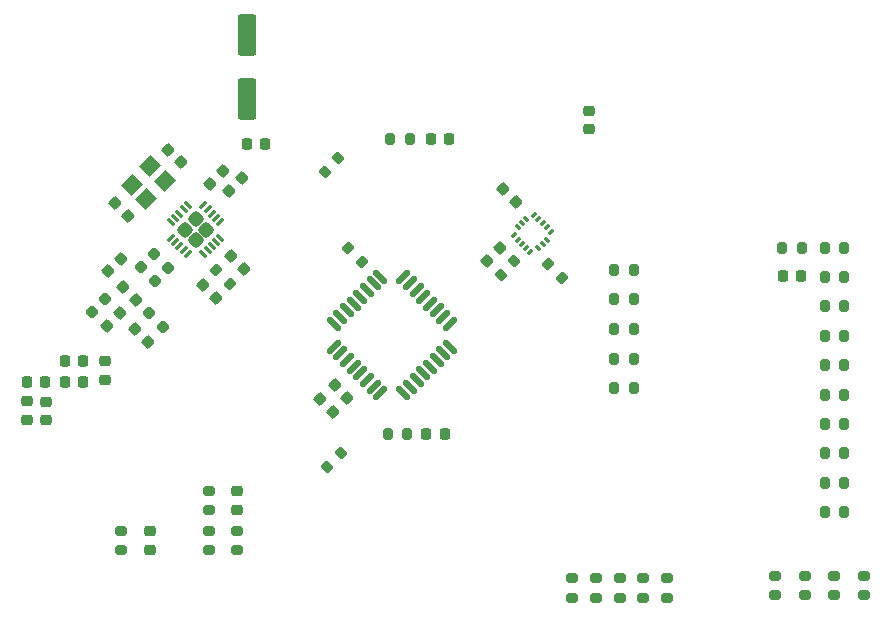
<source format=gbr>
%TF.GenerationSoftware,KiCad,Pcbnew,8.0.4-8.0.4-0~ubuntu22.04.1*%
%TF.CreationDate,2024-08-24T11:38:03-03:00*%
%TF.ProjectId,Antares-Transmitter,416e7461-7265-4732-9d54-72616e736d69,1.0.0*%
%TF.SameCoordinates,Original*%
%TF.FileFunction,Paste,Top*%
%TF.FilePolarity,Positive*%
%FSLAX46Y46*%
G04 Gerber Fmt 4.6, Leading zero omitted, Abs format (unit mm)*
G04 Created by KiCad (PCBNEW 8.0.4-8.0.4-0~ubuntu22.04.1) date 2024-08-24 11:38:03*
%MOMM*%
%LPD*%
G01*
G04 APERTURE LIST*
G04 Aperture macros list*
%AMRoundRect*
0 Rectangle with rounded corners*
0 $1 Rounding radius*
0 $2 $3 $4 $5 $6 $7 $8 $9 X,Y pos of 4 corners*
0 Add a 4 corners polygon primitive as box body*
4,1,4,$2,$3,$4,$5,$6,$7,$8,$9,$2,$3,0*
0 Add four circle primitives for the rounded corners*
1,1,$1+$1,$2,$3*
1,1,$1+$1,$4,$5*
1,1,$1+$1,$6,$7*
1,1,$1+$1,$8,$9*
0 Add four rect primitives between the rounded corners*
20,1,$1+$1,$2,$3,$4,$5,0*
20,1,$1+$1,$4,$5,$6,$7,0*
20,1,$1+$1,$6,$7,$8,$9,0*
20,1,$1+$1,$8,$9,$2,$3,0*%
%AMRotRect*
0 Rectangle, with rotation*
0 The origin of the aperture is its center*
0 $1 length*
0 $2 width*
0 $3 Rotation angle, in degrees counterclockwise*
0 Add horizontal line*
21,1,$1,$2,0,0,$3*%
G04 Aperture macros list end*
%ADD10RoundRect,0.225000X0.250000X-0.225000X0.250000X0.225000X-0.250000X0.225000X-0.250000X-0.225000X0*%
%ADD11RoundRect,0.200000X0.335876X0.053033X0.053033X0.335876X-0.335876X-0.053033X-0.053033X-0.335876X0*%
%ADD12RoundRect,0.200000X-0.275000X0.200000X-0.275000X-0.200000X0.275000X-0.200000X0.275000X0.200000X0*%
%ADD13RoundRect,0.225000X-0.017678X0.335876X-0.335876X0.017678X0.017678X-0.335876X0.335876X-0.017678X0*%
%ADD14RoundRect,0.200000X0.200000X0.275000X-0.200000X0.275000X-0.200000X-0.275000X0.200000X-0.275000X0*%
%ADD15RoundRect,0.200000X-0.200000X-0.275000X0.200000X-0.275000X0.200000X0.275000X-0.200000X0.275000X0*%
%ADD16RoundRect,0.250000X0.550000X-1.500000X0.550000X1.500000X-0.550000X1.500000X-0.550000X-1.500000X0*%
%ADD17RoundRect,0.225000X-0.250000X0.225000X-0.250000X-0.225000X0.250000X-0.225000X0.250000X0.225000X0*%
%ADD18RoundRect,0.218750X0.335876X0.026517X0.026517X0.335876X-0.335876X-0.026517X-0.026517X-0.335876X0*%
%ADD19RoundRect,0.225000X0.225000X0.250000X-0.225000X0.250000X-0.225000X-0.250000X0.225000X-0.250000X0*%
%ADD20RoundRect,0.200000X0.053033X-0.335876X0.335876X-0.053033X-0.053033X0.335876X-0.335876X0.053033X0*%
%ADD21RoundRect,0.200000X-0.335876X-0.053033X-0.053033X-0.335876X0.335876X0.053033X0.053033X0.335876X0*%
%ADD22RoundRect,0.218750X0.218750X0.256250X-0.218750X0.256250X-0.218750X-0.256250X0.218750X-0.256250X0*%
%ADD23RoundRect,0.218750X-0.026517X0.335876X-0.335876X0.026517X0.026517X-0.335876X0.335876X-0.026517X0*%
%ADD24RoundRect,0.218750X-0.256250X0.218750X-0.256250X-0.218750X0.256250X-0.218750X0.256250X0.218750X0*%
%ADD25RoundRect,0.087500X-0.070711X-0.194454X0.194454X0.070711X0.070711X0.194454X-0.194454X-0.070711X0*%
%ADD26RoundRect,0.087500X0.070711X-0.194454X0.194454X-0.070711X-0.070711X0.194454X-0.194454X0.070711X0*%
%ADD27RoundRect,0.125000X-0.353553X-0.530330X0.530330X0.353553X0.353553X0.530330X-0.530330X-0.353553X0*%
%ADD28RoundRect,0.125000X0.353553X-0.530330X0.530330X-0.353553X-0.353553X0.530330X-0.530330X0.353553X0*%
%ADD29RoundRect,0.225000X-0.225000X-0.250000X0.225000X-0.250000X0.225000X0.250000X-0.225000X0.250000X0*%
%ADD30RoundRect,0.225000X-0.335876X-0.017678X-0.017678X-0.335876X0.335876X0.017678X0.017678X0.335876X0*%
%ADD31RoundRect,0.225000X0.017678X-0.335876X0.335876X-0.017678X-0.017678X0.335876X-0.335876X0.017678X0*%
%ADD32RoundRect,0.225000X0.335876X0.017678X0.017678X0.335876X-0.335876X-0.017678X-0.017678X-0.335876X0*%
%ADD33RoundRect,0.218750X0.256250X-0.218750X0.256250X0.218750X-0.256250X0.218750X-0.256250X-0.218750X0*%
%ADD34RotRect,1.400000X1.200000X225.000000*%
%ADD35RoundRect,0.249999X0.000000X0.410123X-0.410123X0.000000X0.000000X-0.410123X0.410123X0.000000X0*%
%ADD36RoundRect,0.062500X0.203293X0.291682X-0.291682X-0.203293X-0.203293X-0.291682X0.291682X0.203293X0*%
%ADD37RoundRect,0.062500X-0.203293X0.291682X-0.291682X0.203293X0.203293X-0.291682X0.291682X-0.203293X0*%
G04 APERTURE END LIST*
D10*
%TO.C,C601*%
X114400000Y-133775000D03*
X114400000Y-132225000D03*
%TD*%
D11*
%TO.C,R801*%
X141883363Y-114133363D03*
X140716637Y-112966637D03*
%TD*%
D12*
%TO.C,R608*%
X142800000Y-139575000D03*
X142800000Y-141225000D03*
%TD*%
D13*
%TO.C,C802*%
X136648008Y-111601992D03*
X135551992Y-112698008D03*
%TD*%
%TO.C,C307*%
X104557533Y-112520642D03*
X103461517Y-113616658D03*
%TD*%
D12*
%TO.C,R609*%
X104600000Y-135575000D03*
X104600000Y-137225000D03*
%TD*%
D14*
%TO.C,R701*%
X129025000Y-102400000D03*
X127375000Y-102400000D03*
%TD*%
D15*
%TO.C,R403*%
X164175000Y-114088888D03*
X165825000Y-114088888D03*
%TD*%
%TO.C,R1003*%
X146350000Y-118480000D03*
X148000000Y-118480000D03*
%TD*%
D16*
%TO.C,C1101*%
X115200000Y-99000000D03*
X115200000Y-93600000D03*
%TD*%
D17*
%TO.C,C501*%
X144200000Y-100025000D03*
X144200000Y-101575000D03*
%TD*%
D15*
%TO.C,R409*%
X164175000Y-129022216D03*
X165825000Y-129022216D03*
%TD*%
D18*
%TO.C,L303*%
X108093069Y-118283562D03*
X106979375Y-117169868D03*
%TD*%
D12*
%TO.C,R903*%
X162450000Y-139375000D03*
X162450000Y-141025000D03*
%TD*%
D19*
%TO.C,C311*%
X101350000Y-121200000D03*
X99800000Y-121200000D03*
%TD*%
D12*
%TO.C,R904*%
X159940000Y-139375000D03*
X159940000Y-141025000D03*
%TD*%
D20*
%TO.C,R704*%
X122016637Y-130183363D03*
X123183363Y-129016637D03*
%TD*%
%TO.C,R802*%
X136716637Y-113933363D03*
X137883363Y-112766637D03*
%TD*%
D10*
%TO.C,C602*%
X107000000Y-137175000D03*
X107000000Y-135625000D03*
%TD*%
D12*
%TO.C,R901*%
X167470000Y-139375000D03*
X167470000Y-141025000D03*
%TD*%
D21*
%TO.C,R201*%
X123816637Y-111616637D03*
X124983363Y-112783363D03*
%TD*%
D22*
%TO.C,L306*%
X101387501Y-123000000D03*
X99812499Y-123000000D03*
%TD*%
D23*
%TO.C,L304*%
X103256843Y-115933644D03*
X102143149Y-117047338D03*
%TD*%
D24*
%TO.C,L305*%
X103200000Y-121224998D03*
X103200000Y-122800000D03*
%TD*%
D15*
%TO.C,R408*%
X164175000Y-126533328D03*
X165825000Y-126533328D03*
%TD*%
%TO.C,R410*%
X164175000Y-131511104D03*
X165825000Y-131511104D03*
%TD*%
D20*
%TO.C,R703*%
X121816637Y-105183363D03*
X122983363Y-104016637D03*
%TD*%
D25*
%TO.C,U801*%
X137826687Y-110559099D03*
X138180241Y-110912652D03*
X138533794Y-111266206D03*
X138887348Y-111619759D03*
X139240901Y-111973313D03*
D26*
X139912652Y-111619759D03*
X140266206Y-111266206D03*
X140619759Y-110912652D03*
D25*
X140973313Y-110240901D03*
X140619759Y-109887348D03*
X140266206Y-109533794D03*
X139912652Y-109180241D03*
X139559099Y-108826687D03*
D26*
X138887348Y-109180241D03*
X138533794Y-109533794D03*
X138180241Y-109887348D03*
%TD*%
D12*
%TO.C,R606*%
X146800000Y-139575000D03*
X146800000Y-141225000D03*
%TD*%
D27*
%TO.C,U201*%
X122567930Y-119972272D03*
X123133616Y-120537957D03*
X123699301Y-121103643D03*
X124264986Y-121669328D03*
X124830672Y-122235014D03*
X125396357Y-122800699D03*
X125962043Y-123366384D03*
X126527728Y-123932070D03*
D28*
X128472272Y-123932070D03*
X129037957Y-123366384D03*
X129603643Y-122800699D03*
X130169328Y-122235014D03*
X130735014Y-121669328D03*
X131300699Y-121103643D03*
X131866384Y-120537957D03*
X132432070Y-119972272D03*
D27*
X132432070Y-118027728D03*
X131866384Y-117462043D03*
X131300699Y-116896357D03*
X130735014Y-116330672D03*
X130169328Y-115764986D03*
X129603643Y-115199301D03*
X129037957Y-114633616D03*
X128472272Y-114067930D03*
D28*
X126527728Y-114067930D03*
X125962043Y-114633616D03*
X125396357Y-115199301D03*
X124830672Y-115764986D03*
X124264986Y-116330672D03*
X123699301Y-116896357D03*
X123133616Y-117462043D03*
X122567930Y-118027728D03*
%TD*%
D29*
%TO.C,C702*%
X130425000Y-127400000D03*
X131975000Y-127400000D03*
%TD*%
D12*
%TO.C,R604*%
X150800000Y-139575000D03*
X150800000Y-141225000D03*
%TD*%
%TO.C,R603*%
X114400000Y-135575000D03*
X114400000Y-137225000D03*
%TD*%
D15*
%TO.C,R405*%
X164175000Y-119066664D03*
X165825000Y-119066664D03*
%TD*%
D13*
%TO.C,C310*%
X104448004Y-117142483D03*
X103351988Y-118238499D03*
%TD*%
D30*
%TO.C,C308*%
X104751988Y-114942483D03*
X105848004Y-116038499D03*
%TD*%
D15*
%TO.C,R1005*%
X146350000Y-123500000D03*
X148000000Y-123500000D03*
%TD*%
D12*
%TO.C,R902*%
X164960000Y-139375000D03*
X164960000Y-141025000D03*
%TD*%
D31*
%TO.C,C305*%
X112087774Y-106238499D03*
X113183790Y-105142483D03*
%TD*%
D15*
%TO.C,R1004*%
X146350000Y-120990000D03*
X148000000Y-120990000D03*
%TD*%
D12*
%TO.C,R602*%
X112000000Y-135575000D03*
X112000000Y-137225000D03*
%TD*%
D30*
%TO.C,C202*%
X121451992Y-124451992D03*
X122548008Y-125548008D03*
%TD*%
D23*
%TO.C,L302*%
X108592629Y-113333644D03*
X107478935Y-114447338D03*
%TD*%
%TO.C,L301*%
X107392629Y-112133644D03*
X106278935Y-113247338D03*
%TD*%
D19*
%TO.C,C313*%
X98175000Y-123000000D03*
X96625000Y-123000000D03*
%TD*%
D32*
%TO.C,C309*%
X106820276Y-119556355D03*
X105724260Y-118460339D03*
%TD*%
D15*
%TO.C,R404*%
X164175000Y-116577776D03*
X165825000Y-116577776D03*
%TD*%
D29*
%TO.C,C701*%
X130825000Y-102400000D03*
X132375000Y-102400000D03*
%TD*%
D15*
%TO.C,R401*%
X160575000Y-111600000D03*
X162225000Y-111600000D03*
%TD*%
D30*
%TO.C,C304*%
X113887774Y-112342483D03*
X114983790Y-113438499D03*
%TD*%
D33*
%TO.C,L307*%
X96600000Y-126187501D03*
X96600000Y-124612499D03*
%TD*%
D15*
%TO.C,R407*%
X164175000Y-124044440D03*
X165825000Y-124044440D03*
%TD*%
%TO.C,R1002*%
X146350000Y-115970000D03*
X148000000Y-115970000D03*
%TD*%
D30*
%TO.C,C301*%
X108587774Y-103292483D03*
X109683790Y-104388499D03*
%TD*%
D21*
%TO.C,R301*%
X112652420Y-113507128D03*
X113819146Y-114673854D03*
%TD*%
D34*
%TO.C,Y301*%
X107062559Y-104711632D03*
X105506924Y-106267267D03*
X106709005Y-107469348D03*
X108264640Y-105913713D03*
%TD*%
D17*
%TO.C,C312*%
X98200000Y-124625000D03*
X98200000Y-126175000D03*
%TD*%
D31*
%TO.C,C303*%
X113737774Y-106838499D03*
X114833790Y-105742483D03*
%TD*%
D30*
%TO.C,C306*%
X111487774Y-114742483D03*
X112583790Y-115838499D03*
%TD*%
D19*
%TO.C,C401*%
X162175000Y-114000000D03*
X160625000Y-114000000D03*
%TD*%
D12*
%TO.C,R607*%
X144800000Y-139575000D03*
X144800000Y-141225000D03*
%TD*%
%TO.C,R605*%
X148800000Y-139575000D03*
X148800000Y-141225000D03*
%TD*%
D35*
%TO.C,U301*%
X111769665Y-110090491D03*
X110885782Y-109206608D03*
X110885782Y-110974374D03*
X110001899Y-110090491D03*
D36*
X112962908Y-109427578D03*
X112609355Y-109074025D03*
X112255801Y-108720472D03*
X111902248Y-108366918D03*
X111548695Y-108013365D03*
D37*
X110222869Y-108013365D03*
X109869316Y-108366918D03*
X109515763Y-108720472D03*
X109162209Y-109074025D03*
X108808656Y-109427578D03*
D36*
X108808656Y-110753404D03*
X109162209Y-111106957D03*
X109515763Y-111460510D03*
X109869316Y-111814064D03*
X110222869Y-112167617D03*
D37*
X111548695Y-112167617D03*
X111902248Y-111814064D03*
X112255801Y-111460510D03*
X112609355Y-111106957D03*
X112962908Y-110753404D03*
%TD*%
D15*
%TO.C,R406*%
X164175000Y-121555552D03*
X165825000Y-121555552D03*
%TD*%
D14*
%TO.C,R702*%
X128825000Y-127400000D03*
X127175000Y-127400000D03*
%TD*%
D32*
%TO.C,C801*%
X138048008Y-107698008D03*
X136951992Y-106601992D03*
%TD*%
D15*
%TO.C,R411*%
X164175000Y-134000000D03*
X165825000Y-134000000D03*
%TD*%
D30*
%TO.C,C203*%
X122651992Y-123251992D03*
X123748008Y-124348008D03*
%TD*%
D29*
%TO.C,C1102*%
X115200000Y-102800000D03*
X116750000Y-102800000D03*
%TD*%
D15*
%TO.C,R402*%
X164175000Y-111600000D03*
X165825000Y-111600000D03*
%TD*%
D32*
%TO.C,C302*%
X105183790Y-108888499D03*
X104087774Y-107792483D03*
%TD*%
D15*
%TO.C,R1001*%
X146350000Y-113460000D03*
X148000000Y-113460000D03*
%TD*%
D12*
%TO.C,R601*%
X112000000Y-132175000D03*
X112000000Y-133825000D03*
%TD*%
M02*

</source>
